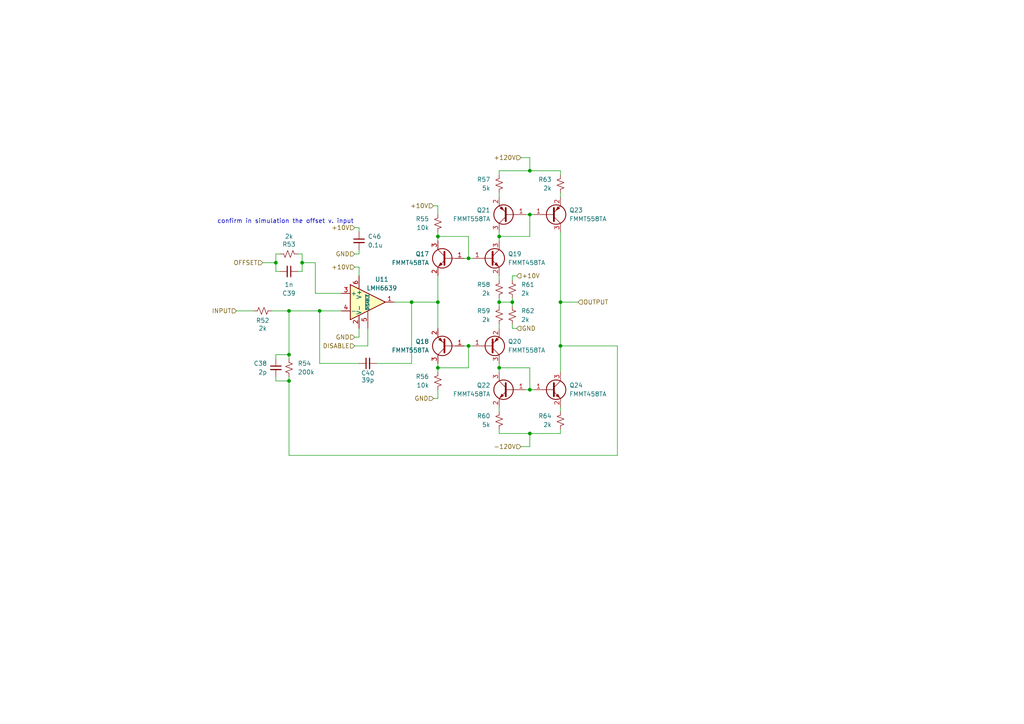
<source format=kicad_sch>
(kicad_sch (version 20250114) (generator "eeschema") (generator_version "9.0")
  (paper "A4")
  (lib_symbols
    (symbol "Amplifier_Operational:LMH6611" (pin_names (offset 0.127))
      (property "Reference" "U" (at 2.54 3.81 0))
      (property "Value" "LMH6611" (at 2.54 -3.81 0))
      (symbol "LMH6611_0_1"
        (polyline (pts (xy -5.08 5.08) (xy 5.08 0) (xy -5.08 -5.08) (xy -5.08 5.08)) (stroke (width 0.254)) (fill (type background)))
      )
      (symbol "LMH6611_1_1"
        (pin input line (at -7.62 2.54 0) (length 2.54) (name "+") (number "3"))
        (pin input line (at -7.62 -2.54 0) (length 2.54) (name "-") (number "4"))
        (pin power_in line (at -2.54 7.62 270) (length 3.81) (name "V+") (number "6"))
        (pin power_in line (at -2.54 -7.62 90) (length 3.81) (name "V-") (number "2"))
        (pin input line (at 0 -7.62 90) (length 5.08) (name "~{DISABLE}") (number "5"))
        (pin output line (at 7.62 0 180) (length 2.54) (name "~") (number "1"))
      )
    )
    (symbol "Device:C_Small" (pin_numbers (hide yes)) (pin_names (offset 0.254) (hide yes))
      (property "Reference" "C" (at 0.254 1.778 0))
      (property "Value" "C_Small" (at 0.254 -2.032 0))
      (symbol "C_Small_0_1"
        (polyline (pts (xy -1.524 0.508) (xy 1.524 0.508)) (stroke (width 0.3048)))
        (polyline (pts (xy -1.524 -0.508) (xy 1.524 -0.508)) (stroke (width 0.3302)))
      )
      (symbol "C_Small_1_1"
        (pin passive line (at 0 2.54 270) (length 2.032) (name "~") (number "1"))
        (pin passive line (at 0 -2.54 90) (length 2.032) (name "~") (number "2"))
      )
    )
    (symbol "Device:R_Small_US" (pin_numbers (hide yes)) (pin_names (offset 0.254) (hide yes))
      (property "Reference" "R" (at 0.762 0.508 0))
      (property "Value" "R_Small_US" (at 0.762 -1.016 0))
      (symbol "R_Small_US_1_1"
        (polyline (pts (xy 0 1.524) (xy 1.016 1.143) (xy 0 0.762) (xy -1.016 0.381) (xy 0 0)))
        (polyline (pts (xy 0 0) (xy 1.016 -0.381) (xy 0 -0.762) (xy -1.016 -1.143) (xy 0 -1.524)))
        (pin passive line (at 0 2.54 270) (length 1.016) (name "~") (number "1"))
        (pin passive line (at 0 -2.54 90) (length 1.016) (name "~") (number "2"))
      )
    )
    (symbol "Transistor_BJT:BC817" (pin_names (offset 0) (hide yes))
      (property "Reference" "Q" (at 5.08 1.905 0))
      (property "Value" "BC817" (at 5.08 0 0))
      (symbol "BC817_0_1"
        (polyline (pts (xy -2.54 0) (xy 0.635 0)))
        (polyline (pts (xy 0.635 1.905) (xy 0.635 -1.905)) (stroke (width 0.508)))
        (circle (center 1.27 0) (radius 2.8194) (stroke (width 0.254)))
      )
      (symbol "BC817_1_1"
        (polyline (pts (xy 0.635 0.635) (xy 2.54 2.54)))
        (polyline (pts (xy 0.635 -0.635) (xy 2.54 -2.54)))
        (polyline (pts (xy 1.27 -1.778) (xy 1.778 -1.27) (xy 2.286 -2.286) (xy 1.27 -1.778)) (fill (type outline)))
        (pin input line (at -5.08 0 0) (length 2.54) (name "B") (number "1"))
        (pin passive line (at 2.54 5.08 270) (length 2.54) (name "C") (number "3"))
        (pin passive line (at 2.54 -5.08 90) (length 2.54) (name "E") (number "2"))
      )
    )
    (symbol "Transistor_BJT:BC857" (pin_names (offset 0) (hide yes))
      (property "Reference" "Q" (at 5.08 1.905 0))
      (property "Value" "BC857" (at 5.08 0 0))
      (symbol "BC857_0_1"
        (polyline (pts (xy -2.54 0) (xy 0.635 0)))
        (polyline (pts (xy 0.635 1.905) (xy 0.635 -1.905)) (stroke (width 0.508)))
        (polyline (pts (xy 0.635 0.635) (xy 2.54 2.54)))
        (polyline (pts (xy 0.635 -0.635) (xy 2.54 -2.54)))
        (circle (center 1.27 0) (radius 2.8194) (stroke (width 0.254)))
        (polyline (pts (xy 2.286 -1.778) (xy 1.778 -2.286) (xy 1.27 -1.27) (xy 2.286 -1.778)) (fill (type outline)))
      )
      (symbol "BC857_1_1"
        (pin input line (at -5.08 0 0) (length 2.54) (name "B") (number "1"))
        (pin passive line (at 2.54 5.08 270) (length 2.54) (name "C") (number "3"))
        (pin passive line (at 2.54 -5.08 90) (length 2.54) (name "E") (number "2"))
      )
    )
  )
  (text "confirm in simulation the offset v. input\n" (at 82.804 64.262 0) (effects (font (size 1.27 1.27))))
  (junction (at 144.78 68.58))
  (junction (at 83.82 102.87))
  (junction (at 162.56 87.63))
  (junction (at 144.78 106.68))
  (junction (at 148.59 87.63))
  (junction (at 80.01 76.2))
  (junction (at 153.67 62.23))
  (junction (at 135.89 74.93))
  (junction (at 92.71 90.17))
  (junction (at 87.63 76.2))
  (junction (at 127 87.63))
  (junction (at 153.67 125.73))
  (junction (at 153.67 113.03))
  (junction (at 144.78 87.63))
  (junction (at 119.38 87.63))
  (junction (at 127 68.58))
  (junction (at 153.67 49.53))
  (junction (at 83.82 110.49))
  (junction (at 83.82 90.17))
  (junction (at 127 106.68))
  (junction (at 135.89 100.33))
  (junction (at 162.56 100.33))
  (wire (pts (xy 162.56 87.63) (xy 167.64 87.63)))
  (wire (pts (xy 148.59 86.36) (xy 148.59 87.63)))
  (wire (pts (xy 148.59 80.01) (xy 149.86 80.01)))
  (wire (pts (xy 87.63 73.66) (xy 87.63 76.2)))
  (wire (pts (xy 104.14 80.01) (xy 104.14 77.47)))
  (wire (pts (xy 144.78 87.63) (xy 148.59 87.63)))
  (wire (pts (xy 119.38 87.63) (xy 127 87.63)))
  (wire (pts (xy 83.82 90.17) (xy 92.71 90.17)))
  (wire (pts (xy 144.78 124.46) (xy 144.78 125.73)))
  (wire (pts (xy 127 68.58) (xy 135.89 68.58)))
  (wire (pts (xy 81.28 78.74) (xy 80.01 78.74)))
  (wire (pts (xy 83.82 90.17) (xy 83.82 102.87)))
  (wire (pts (xy 106.68 95.25) (xy 106.68 100.33)))
  (wire (pts (xy 153.67 113.03) (xy 153.67 106.68)))
  (wire (pts (xy 104.14 95.25) (xy 104.14 97.79)))
  (wire (pts (xy 152.4 62.23) (xy 153.67 62.23)))
  (wire (pts (xy 144.78 93.98) (xy 144.78 95.25)))
  (wire (pts (xy 135.89 74.93) (xy 137.16 74.93)))
  (wire (pts (xy 80.01 76.2) (xy 80.01 73.66)))
  (wire (pts (xy 127 68.58) (xy 127 69.85)))
  (wire (pts (xy 153.67 113.03) (xy 154.94 113.03)))
  (wire (pts (xy 153.67 68.58) (xy 153.67 62.23)))
  (wire (pts (xy 135.89 106.68) (xy 135.89 100.33)))
  (wire (pts (xy 92.71 90.17) (xy 99.06 90.17)))
  (wire (pts (xy 127 87.63) (xy 127 95.25)))
  (wire (pts (xy 114.3 87.63) (xy 119.38 87.63)))
  (wire (pts (xy 162.56 124.46) (xy 162.56 125.73)))
  (wire (pts (xy 127 80.01) (xy 127 87.63)))
  (wire (pts (xy 80.01 110.49) (xy 83.82 110.49)))
  (wire (pts (xy 179.07 132.08) (xy 179.07 100.33)))
  (wire (pts (xy 102.87 100.33) (xy 106.68 100.33)))
  (wire (pts (xy 86.36 73.66) (xy 87.63 73.66)))
  (wire (pts (xy 83.82 109.22) (xy 83.82 110.49)))
  (wire (pts (xy 151.13 129.54) (xy 153.67 129.54)))
  (wire (pts (xy 87.63 76.2) (xy 91.44 76.2)))
  (wire (pts (xy 162.56 87.63) (xy 162.56 100.33)))
  (wire (pts (xy 148.59 81.28) (xy 148.59 80.01)))
  (wire (pts (xy 102.87 97.79) (xy 104.14 97.79)))
  (wire (pts (xy 104.14 77.47) (xy 102.87 77.47)))
  (wire (pts (xy 91.44 76.2) (xy 91.44 85.09)))
  (wire (pts (xy 153.67 62.23) (xy 154.94 62.23)))
  (wire (pts (xy 125.73 115.57) (xy 127 115.57)))
  (wire (pts (xy 144.78 68.58) (xy 144.78 69.85)))
  (wire (pts (xy 152.4 113.03) (xy 153.67 113.03)))
  (wire (pts (xy 151.13 45.72) (xy 153.67 45.72)))
  (wire (pts (xy 179.07 100.33) (xy 162.56 100.33)))
  (wire (pts (xy 80.01 104.14) (xy 80.01 102.87)))
  (wire (pts (xy 134.62 100.33) (xy 135.89 100.33)))
  (wire (pts (xy 127 106.68) (xy 127 107.95)))
  (wire (pts (xy 144.78 118.11) (xy 144.78 119.38)))
  (wire (pts (xy 119.38 87.63) (xy 119.38 105.41)))
  (wire (pts (xy 162.56 118.11) (xy 162.56 119.38)))
  (wire (pts (xy 102.87 73.66) (xy 104.14 73.66)))
  (wire (pts (xy 78.74 90.17) (xy 83.82 90.17)))
  (wire (pts (xy 162.56 55.88) (xy 162.56 57.15)))
  (wire (pts (xy 83.82 110.49) (xy 83.82 132.08)))
  (wire (pts (xy 109.22 105.41) (xy 119.38 105.41)))
  (wire (pts (xy 127 59.69) (xy 125.73 59.69)))
  (wire (pts (xy 102.87 66.04) (xy 104.14 66.04)))
  (wire (pts (xy 83.82 132.08) (xy 179.07 132.08)))
  (wire (pts (xy 144.78 55.88) (xy 144.78 57.15)))
  (wire (pts (xy 127 105.41) (xy 127 106.68)))
  (wire (pts (xy 162.56 125.73) (xy 153.67 125.73)))
  (wire (pts (xy 144.78 80.01) (xy 144.78 81.28)))
  (wire (pts (xy 162.56 100.33) (xy 162.56 107.95)))
  (wire (pts (xy 87.63 78.74) (xy 86.36 78.74)))
  (wire (pts (xy 144.78 50.8) (xy 144.78 49.53)))
  (wire (pts (xy 92.71 105.41) (xy 92.71 90.17)))
  (wire (pts (xy 148.59 87.63) (xy 148.59 88.9)))
  (wire (pts (xy 127 62.23) (xy 127 59.69)))
  (wire (pts (xy 144.78 68.58) (xy 153.67 68.58)))
  (wire (pts (xy 68.58 90.17) (xy 73.66 90.17)))
  (wire (pts (xy 144.78 49.53) (xy 153.67 49.53)))
  (wire (pts (xy 80.01 78.74) (xy 80.01 76.2)))
  (wire (pts (xy 135.89 100.33) (xy 137.16 100.33)))
  (wire (pts (xy 162.56 67.31) (xy 162.56 87.63)))
  (wire (pts (xy 127 67.31) (xy 127 68.58)))
  (wire (pts (xy 153.67 125.73) (xy 153.67 129.54)))
  (wire (pts (xy 80.01 109.22) (xy 80.01 110.49)))
  (wire (pts (xy 87.63 76.2) (xy 87.63 78.74)))
  (wire (pts (xy 162.56 49.53) (xy 162.56 50.8)))
  (wire (pts (xy 153.67 125.73) (xy 144.78 125.73)))
  (wire (pts (xy 134.62 74.93) (xy 135.89 74.93)))
  (wire (pts (xy 104.14 105.41) (xy 92.71 105.41)))
  (wire (pts (xy 144.78 86.36) (xy 144.78 87.63)))
  (wire (pts (xy 144.78 67.31) (xy 144.78 68.58)))
  (wire (pts (xy 80.01 102.87) (xy 83.82 102.87)))
  (wire (pts (xy 144.78 106.68) (xy 153.67 106.68)))
  (wire (pts (xy 153.67 49.53) (xy 162.56 49.53)))
  (wire (pts (xy 153.67 49.53) (xy 153.67 45.72)))
  (wire (pts (xy 127 106.68) (xy 135.89 106.68)))
  (wire (pts (xy 91.44 85.09) (xy 99.06 85.09)))
  (wire (pts (xy 144.78 106.68) (xy 144.78 107.95)))
  (wire (pts (xy 149.86 95.25) (xy 148.59 95.25)))
  (wire (pts (xy 127 113.03) (xy 127 115.57)))
  (wire (pts (xy 80.01 73.66) (xy 81.28 73.66)))
  (wire (pts (xy 135.89 74.93) (xy 135.89 68.58)))
  (wire (pts (xy 144.78 87.63) (xy 144.78 88.9)))
  (wire (pts (xy 83.82 102.87) (xy 83.82 104.14)))
  (wire (pts (xy 76.2 76.2) (xy 80.01 76.2)))
  (wire (pts (xy 148.59 93.98) (xy 148.59 95.25)))
  (wire (pts (xy 144.78 105.41) (xy 144.78 106.68)))
  (wire (pts (xy 104.14 67.31) (xy 104.14 66.04)))
  (wire (pts (xy 104.14 72.39) (xy 104.14 73.66)))
  (hierarchical_label "-120V" (shape input) (at 151.13 129.54 180))
  (hierarchical_label "+120V" (shape input) (at 151.13 45.72 180))
  (hierarchical_label "GND" (shape input) (at 149.86 95.25 0))
  (hierarchical_label "GND" (shape input) (at 102.87 97.79 180))
  (hierarchical_label "INPUT" (shape input) (at 68.58 90.17 180))
  (hierarchical_label "+10V" (shape input) (at 102.87 66.04 180))
  (hierarchical_label "+10V" (shape input) (at 149.86 80.01 0))
  (hierarchical_label "OFFSET" (shape input) (at 76.2 76.2 180))
  (hierarchical_label "+10V" (shape input) (at 125.73 59.69 180))
  (hierarchical_label "GND" (shape input) (at 125.73 115.57 180))
  (hierarchical_label "DISABLE" (shape input) (at 102.87 100.33 180))
  (hierarchical_label "GND" (shape input) (at 102.87 73.66 180))
  (hierarchical_label "OUTPUT" (shape input) (at 167.64 87.63 0))
  (hierarchical_label "+10V" (shape input) (at 102.87 77.47 180))
  (symbol (lib_id "Device:C_Small") (at 83.82 78.74 270) (unit 1)
    (property "Reference" "C33" (at 83.8137 85.09 90))
    (property "Value" "1n" (at 83.8137 82.55 90))
    (property "Footprint" "Capacitor_SMD:C_0603_1608Metric" (effects (hide yes)))
    (property "Description" "Unpolarized capacitor, small symbol" (effects (hide yes)))
    (property "Digikey P/N" "C0603C102K5RACTU" (effects (hide yes)))
    (property "JLCPCB P/N" "CL10B102KB8NNNC" (effects (hide yes)))
    (instances (project "deflection_amp_3" (path "" (reference "C39") (unit 1)) (path "" (reference "C33") (unit 1)) (path "" (reference "C36") (unit 1)) (path "" (reference "C42") (unit 1))))
  )
  (symbol (lib_id "Transistor_BJT:BC857") (at 147.32 62.23 180) (unit 1)
    (property "Reference" "Q5" (at 142.24 60.9599 0) (effects (justify left)))
    (property "Value" "FMMT558TA" (at 142.24 63.4999 0) (effects (justify left)))
    (property "Footprint" "Package_TO_SOT_SMD:SOT-23" (effects (hide yes)))
    (property "Datasheet" "https://www.onsemi.com/pub/Collateral/BC860-D.pdf" (effects (hide yes)))
    (property "Description" "0.225A Ic, 400V Vce, PNP Transistor, SOT-23" (effects (hide yes)))
    (property "Digikey P/N" "FMMT558TA" (effects (hide yes)))
    (property "JLCPCB P/N" "FMMT560QTA" (effects (hide yes)))
    (instances (project "deflection_amp_3" (path "" (reference "Q21") (unit 1)) (path "" (reference "Q5") (unit 1)) (path "" (reference "Q13") (unit 1)) (path "" (reference "Q29") (unit 1))))
  )
  (symbol (lib_id "Device:R_Small_US") (at 144.78 83.82 0) (mirror y) (unit 1)
    (property "Reference" "R32" (at 142.24 82.5499 0) (effects (justify left)))
    (property "Value" "2k" (at 142.24 85.0899 0) (effects (justify left)))
    (property "Footprint" "Resistor_SMD:R_1206_3216Metric" (effects (hide yes)))
    (property "Description" "Resistor, small US symbol" (effects (hide yes)))
    (property "Digikey P/N" "RMCF1206FT2K00" (effects (hide yes)))
    (property "JLCPCB P/N" "1206W4F2001T5E" (effects (hide yes)))
    (instances (project "deflection_amp_3" (path "" (reference "R58") (unit 1)) (path "" (reference "R32") (unit 1)) (path "" (reference "R45") (unit 1)) (path "" (reference "R71") (unit 1))))
  )
  (symbol (lib_id "Transistor_BJT:BC817") (at 147.32 113.03 0) (mirror y) (unit 1)
    (property "Reference" "Q6" (at 142.24 111.7599 0) (effects (justify left)))
    (property "Value" "FMMT458TA" (at 142.24 114.2999 0) (effects (justify left)))
    (property "Footprint" "Package_TO_SOT_SMD:SOT-23" (effects (hide yes)))
    (property "Datasheet" "https://www.onsemi.com/pub/Collateral/BC818-D.pdf" (effects (hide yes)))
    (property "Description" "0.225A Ic, 400V Vce, NPN Transistor, SOT-23" (effects (hide yes)))
    (property "Digikey P/N" "FMMT458TA" (effects (hide yes)))
    (property "JLCPCB P/N" "FMMT458QTA" (effects (hide yes)))
    (instances (project "deflection_amp_3" (path "" (reference "Q22") (unit 1)) (path "" (reference "Q6") (unit 1)) (path "" (reference "Q14") (unit 1)) (path "" (reference "Q30") (unit 1))))
  )
  (symbol (lib_id "Transistor_BJT:BC857") (at 142.24 100.33 0) (mirror x) (unit 1)
    (property "Reference" "Q4" (at 147.32 99.0599 0) (effects (justify left)))
    (property "Value" "FMMT558TA" (at 147.32 101.5999 0) (effects (justify left)))
    (property "Footprint" "Package_TO_SOT_SMD:SOT-23" (effects (hide yes)))
    (property "Datasheet" "https://www.onsemi.com/pub/Collateral/BC860-D.pdf" (effects (hide yes)))
    (property "Description" "0.225A Ic, 400V Vce, PNP Transistor, SOT-23" (effects (hide yes)))
    (property "Digikey P/N" "FMMT558TA" (effects (hide yes)))
    (property "JLCPCB P/N" "FMMT560QTA" (effects (hide yes)))
    (instances (project "deflection_amp_3" (path "" (reference "Q20") (unit 1)) (path "" (reference "Q4") (unit 1)) (path "" (reference "Q12") (unit 1)) (path "" (reference "Q28") (unit 1))))
  )
  (symbol (lib_id "Device:C_Small") (at 106.68 105.41 90) (mirror x) (unit 1)
    (property "Reference" "C34" (at 106.68 108.204 90))
    (property "Value" "39p" (at 106.68 110.236 90))
    (property "Footprint" "Capacitor_SMD:C_0603_1608Metric" (effects (hide yes)))
    (property "Description" "Unpolarized capacitor, small symbol" (effects (hide yes)))
    (property "Digikey P/N" "QSCP251Q390G1GV001T" (effects (hide yes)))
    (property "JLCPCB P/N" "0603CG390J500NT" (effects (hide yes)))
    (instances (project "deflection_amp_3" (path "" (reference "C40") (unit 1)) (path "" (reference "C34") (unit 1)) (path "" (reference "C37") (unit 1)) (path "" (reference "C43") (unit 1))))
  )
  (symbol (lib_id "Device:R_Small_US") (at 83.82 73.66 270) (mirror x) (unit 1)
    (property "Reference" "R27" (at 83.82 70.866 90))
    (property "Value" "2k" (at 83.82 68.58 90))
    (property "Footprint" "Resistor_SMD:R_1206_3216Metric" (effects (hide yes)))
    (property "Description" "Resistor, small US symbol" (effects (hide yes)))
    (property "Digikey P/N" "RMCF1206FT2K00" (effects (hide yes)))
    (property "JLCPCB P/N" "1206W4F2001T5E" (effects (hide yes)))
    (instances (project "deflection_amp_3" (path "" (reference "R53") (unit 1)) (path "" (reference "R27") (unit 1)) (path "" (reference "R40") (unit 1)) (path "" (reference "R66") (unit 1))))
  )
  (symbol (lib_id "Device:C_Small") (at 104.14 69.85 0) (unit 1)
    (property "Reference" "C44" (at 106.68 68.5862 0) (effects (justify left)))
    (property "Value" "0.1u" (at 106.68 71.1262 0) (effects (justify left)))
    (property "Footprint" "Capacitor_SMD:C_0603_1608Metric" (effects (hide yes)))
    (property "Description" "Unpolarized capacitor, small symbol" (effects (hide yes)))
    (property "Digikey P/N" "C0603C104K5RAC7411" (effects (hide yes)))
    (property "JLCPCB P/N" "CL10B104KA8NNNC" (effects (hide yes)))
    (instances (project "" (path "" (reference "C46") (unit 1)) (path "" (reference "C44") (unit 1)) (path "" (reference "C45") (unit 1)) (path "" (reference "C47") (unit 1))))
  )
  (symbol (lib_id "Device:R_Small_US") (at 127 110.49 0) (mirror y) (unit 1)
    (property "Reference" "R30" (at 124.46 109.2199 0) (effects (justify left)))
    (property "Value" "10k" (at 124.46 111.7599 0) (effects (justify left)))
    (property "Footprint" "Resistor_SMD:R_0603_1608Metric" (effects (hide yes)))
    (property "Description" "Resistor, small US symbol" (effects (hide yes)))
    (property "Digikey P/N" "RC0603FR-0710KL" (effects (hide yes)))
    (property "JLCPCB P/N" "0603WAF1002T5E" (effects (hide yes)))
    (instances (project "deflection_amp_3" (path "" (reference "R56") (unit 1)) (path "" (reference "R30") (unit 1)) (path "" (reference "R43") (unit 1)) (path "" (reference "R69") (unit 1))))
  )
  (symbol (lib_id "Device:R_Small_US") (at 148.59 91.44 0) (unit 1)
    (property "Reference" "R36" (at 151.13 90.1699 0) (effects (justify left)))
    (property "Value" "2k" (at 151.13 92.7099 0) (effects (justify left)))
    (property "Footprint" "Resistor_SMD:R_1206_3216Metric" (effects (hide yes)))
    (property "Description" "Resistor, small US symbol" (effects (hide yes)))
    (property "Digikey P/N" "RMCF1206FT2K00" (effects (hide yes)))
    (property "JLCPCB P/N" "1206W4F2001T5E" (effects (hide yes)))
    (instances (project "deflection_amp_3" (path "" (reference "R62") (unit 1)) (path "" (reference "R36") (unit 1)) (path "" (reference "R49") (unit 1)) (path "" (reference "R75") (unit 1))))
  )
  (symbol (lib_id "Transistor_BJT:BC817") (at 160.02 113.03 0) (unit 1)
    (property "Reference" "Q8" (at 165.1 111.7599 0) (effects (justify left)))
    (property "Value" "FMMT458TA" (at 165.1 114.2999 0) (effects (justify left)))
    (property "Footprint" "Package_TO_SOT_SMD:SOT-23" (effects (hide yes)))
    (property "Datasheet" "https://www.onsemi.com/pub/Collateral/BC818-D.pdf" (effects (hide yes)))
    (property "Description" "0.225A Ic, 400V Vce, NPN Transistor, SOT-23" (effects (hide yes)))
    (property "Digikey P/N" "FMMT458TA" (effects (hide yes)))
    (property "JLCPCB P/N" "FMMT458QTA" (effects (hide yes)))
    (instances (project "deflection_amp_3" (path "" (reference "Q24") (unit 1)) (path "" (reference "Q8") (unit 1)) (path "" (reference "Q16") (unit 1)) (path "" (reference "Q32") (unit 1))))
  )
  (symbol (lib_id "Amplifier_Operational:LMH6611") (at 106.68 87.63 0) (unit 1)
    (property "Reference" "U9" (at 110.744 81.026 0))
    (property "Value" "LMH6639" (at 110.744 83.566 0))
    (property "Footprint" "Package_TO_SOT_SMD:TSOT-23-6" (effects (hide yes)))
    (property "Datasheet" "http://www.ti.com/lit/ds/symlink/lmh6612.pdf" (effects (hide yes)))
    (property "Description" "Single Supply, 345 MHz, Rail-to-Rail Output, Amplifier, TSOT-23-6" (effects (hide yes)))
    (property "Digikey P/N" "LMH6639MFX/NOPB" (effects (hide yes)))
    (property "JLCPCB P/N" "LMH6639MFX/NOPB" (effects (hide yes)))
    (instances (project "deflection_amp_3" (path "" (reference "U11") (unit 1)) (path "" (reference "U9") (unit 1)) (path "" (reference "U10") (unit 1)) (path "" (reference "U12") (unit 1))))
  )
  (symbol (lib_id "Device:C_Small") (at 80.01 106.68 0) (unit 1)
    (property "Reference" "C32" (at 77.47 105.4162 0) (effects (justify right)))
    (property "Value" "2p" (at 77.47 107.9562 0) (effects (justify right)))
    (property "Footprint" "Capacitor_SMD:C_0603_1608Metric" (effects (hide yes)))
    (property "Description" "Unpolarized capacitor, small symbol" (effects (hide yes)))
    (property "Digikey P/N" "QSCP251Q2R0B1GV001T" (effects (hide yes)))
    (property "JLCPCB P/N" "0603CG2R0C500NT" (effects (hide yes)))
    (instances (project "deflection_amp_3" (path "" (reference "C38") (unit 1)) (path "" (reference "C32") (unit 1)) (path "" (reference "C35") (unit 1)) (path "" (reference "C41") (unit 1))))
  )
  (symbol (lib_id "Device:R_Small_US") (at 144.78 53.34 0) (mirror y) (unit 1)
    (property "Reference" "R31" (at 142.24 52.0699 0) (effects (justify left)))
    (property "Value" "5k" (at 142.24 54.6099 0) (effects (justify left)))
    (property "Footprint" "Resistor_SMD:R_1206_3216Metric" (effects (hide yes)))
    (property "Description" "Resistor, small US symbol" (effects (hide yes)))
    (property "Digikey P/N" "RT1206FRE075KL" (effects (hide yes)))
    (property "JLCPCB P/N" "1206W4F5101T5E" (effects (hide yes)))
    (instances (project "deflection_amp_3" (path "" (reference "R57") (unit 1)) (path "" (reference "R31") (unit 1)) (path "" (reference "R44") (unit 1)) (path "" (reference "R70") (unit 1))))
  )
  (symbol (lib_id "Transistor_BJT:BC857") (at 129.54 100.33 180) (unit 1)
    (property "Reference" "Q2" (at 124.46 99.0599 0) (effects (justify left)))
    (property "Value" "FMMT558TA" (at 124.46 101.5999 0) (effects (justify left)))
    (property "Footprint" "Package_TO_SOT_SMD:SOT-23" (effects (hide yes)))
    (property "Datasheet" "https://www.onsemi.com/pub/Collateral/BC860-D.pdf" (effects (hide yes)))
    (property "Description" "0.225A Ic, 400V Vce, PNP Transistor, SOT-23" (effects (hide yes)))
    (property "Digikey P/N" "FMMT558TA" (effects (hide yes)))
    (property "JLCPCB P/N" "FMMT560QTA" (effects (hide yes)))
    (instances (project "deflection_amp_3" (path "" (reference "Q18") (unit 1)) (path "" (reference "Q2") (unit 1)) (path "" (reference "Q10") (unit 1)) (path "" (reference "Q26") (unit 1))))
  )
  (symbol (lib_id "Transistor_BJT:BC857") (at 160.02 62.23 0) (mirror x) (unit 1)
    (property "Reference" "Q7" (at 165.1 60.9599 0) (effects (justify left)))
    (property "Value" "FMMT558TA" (at 165.1 63.4999 0) (effects (justify left)))
    (property "Footprint" "Package_TO_SOT_SMD:SOT-23" (effects (hide yes)))
    (property "Datasheet" "https://www.onsemi.com/pub/Collateral/BC860-D.pdf" (effects (hide yes)))
    (property "Description" "0.225A Ic, 400V Vce, PNP Transistor, SOT-23" (effects (hide yes)))
    (property "Digikey P/N" "FMMT558TA" (effects (hide yes)))
    (property "JLCPCB P/N" "FMMT560QTA" (effects (hide yes)))
    (instances (project "deflection_amp_3" (path "" (reference "Q23") (unit 1)) (path "" (reference "Q7") (unit 1)) (path "" (reference "Q15") (unit 1)) (path "" (reference "Q31") (unit 1))))
  )
  (symbol (lib_id "Transistor_BJT:BC817") (at 142.24 74.93 0) (unit 1)
    (property "Reference" "Q3" (at 147.32 73.6599 0) (effects (justify left)))
    (property "Value" "FMMT458TA" (at 147.32 76.1999 0) (effects (justify left)))
    (property "Footprint" "Package_TO_SOT_SMD:SOT-23" (effects (hide yes)))
    (property "Datasheet" "https://www.onsemi.com/pub/Collateral/BC818-D.pdf" (effects (hide yes)))
    (property "Description" "0.225A Ic, 400V Vce, NPN Transistor, SOT-23" (effects (hide yes)))
    (property "Digikey P/N" "FMMT458TA" (effects (hide yes)))
    (property "JLCPCB P/N" "FMMT458QTA" (effects (hide yes)))
    (instances (project "deflection_amp_3" (path "" (reference "Q19") (unit 1)) (path "" (reference "Q3") (unit 1)) (path "" (reference "Q11") (unit 1)) (path "" (reference "Q27") (unit 1))))
  )
  (symbol (lib_id "Device:R_Small_US") (at 162.56 121.92 0) (mirror y) (unit 1)
    (property "Reference" "R38" (at 160.02 120.6499 0) (effects (justify left)))
    (property "Value" "2k" (at 160.02 123.1899 0) (effects (justify left)))
    (property "Footprint" "Resistor_SMD:R_1206_3216Metric" (effects (hide yes)))
    (property "Description" "Resistor, small US symbol" (effects (hide yes)))
    (property "Digikey P/N" "RMCF1206FT2K00" (effects (hide yes)))
    (property "JLCPCB P/N" "1206W4F2001T5E" (effects (hide yes)))
    (instances (project "deflection_amp_3" (path "" (reference "R64") (unit 1)) (path "" (reference "R38") (unit 1)) (path "" (reference "R51") (unit 1)) (path "" (reference "R77") (unit 1))))
  )
  (symbol (lib_id "Device:R_Small_US") (at 144.78 91.44 0) (mirror y) (unit 1)
    (property "Reference" "R33" (at 142.24 90.1699 0) (effects (justify left)))
    (property "Value" "2k" (at 142.24 92.7099 0) (effects (justify left)))
    (property "Footprint" "Resistor_SMD:R_1206_3216Metric" (effects (hide yes)))
    (property "Description" "Resistor, small US symbol" (effects (hide yes)))
    (property "Digikey P/N" "RMCF1206FT2K00" (effects (hide yes)))
    (property "JLCPCB P/N" "1206W4F2001T5E" (effects (hide yes)))
    (instances (project "deflection_amp_3" (path "" (reference "R59") (unit 1)) (path "" (reference "R33") (unit 1)) (path "" (reference "R46") (unit 1)) (path "" (reference "R72") (unit 1))))
  )
  (symbol (lib_id "Device:R_Small_US") (at 148.59 83.82 0) (unit 1)
    (property "Reference" "R35" (at 151.13 82.5499 0) (effects (justify left)))
    (property "Value" "2k" (at 151.13 85.0899 0) (effects (justify left)))
    (property "Footprint" "Resistor_SMD:R_1206_3216Metric" (effects (hide yes)))
    (property "Description" "Resistor, small US symbol" (effects (hide yes)))
    (property "Digikey P/N" "RMCF1206FT2K00" (effects (hide yes)))
    (property "JLCPCB P/N" "1206W4F2001T5E" (effects (hide yes)))
    (instances (project "deflection_amp_3" (path "" (reference "R61") (unit 1)) (path "" (reference "R35") (unit 1)) (path "" (reference "R48") (unit 1)) (path "" (reference "R74") (unit 1))))
  )
  (symbol (lib_id "Device:R_Small_US") (at 76.2 90.17 270) (unit 1)
    (property "Reference" "R26" (at 76.2 92.964 90))
    (property "Value" "2k" (at 76.2 95.25 90))
    (property "Footprint" "Resistor_SMD:R_1206_3216Metric" (effects (hide yes)))
    (property "Description" "Resistor, small US symbol" (effects (hide yes)))
    (property "Digikey P/N" "RMCF1206FT2K00" (effects (hide yes)))
    (property "JLCPCB P/N" "1206W4F2001T5E" (effects (hide yes)))
    (instances (project "deflection_amp_3" (path "" (reference "R52") (unit 1)) (path "" (reference "R26") (unit 1)) (path "" (reference "R39") (unit 1)) (path "" (reference "R65") (unit 1))))
  )
  (symbol (lib_id "Device:R_Small_US") (at 83.82 106.68 0) (unit 1)
    (property "Reference" "R28" (at 86.36 105.4099 0) (effects (justify left)))
    (property "Value" "200k" (at 86.36 107.9499 0) (effects (justify left)))
    (property "Footprint" "Resistor_SMD:R_1206_3216Metric" (effects (hide yes)))
    (property "Description" "Resistor, small US symbol" (effects (hide yes)))
    (property "Digikey P/N" "RC1206JR-07200KL" (effects (hide yes)))
    (property "JLCPCB P/N" "1206W4F2003T5E" (effects (hide yes)))
    (instances (project "deflection_amp_3" (path "" (reference "R54") (unit 1)) (path "" (reference "R28") (unit 1)) (path "" (reference "R41") (unit 1)) (path "" (reference "R67") (unit 1))))
  )
  (symbol (lib_id "Device:R_Small_US") (at 162.56 53.34 0) (mirror y) (unit 1)
    (property "Reference" "R37" (at 160.02 52.0699 0) (effects (justify left)))
    (property "Value" "2k" (at 160.02 54.6099 0) (effects (justify left)))
    (property "Footprint" "Resistor_SMD:R_1206_3216Metric" (effects (hide yes)))
    (property "Description" "Resistor, small US symbol" (effects (hide yes)))
    (property "Digikey P/N" "RMCF1206FT2K00" (effects (hide yes)))
    (property "JLCPCB P/N" "1206W4F2001T5E" (effects (hide yes)))
    (instances (project "deflection_amp_3" (path "" (reference "R63") (unit 1)) (path "" (reference "R37") (unit 1)) (path "" (reference "R50") (unit 1)) (path "" (reference "R76") (unit 1))))
  )
  (symbol (lib_id "Device:R_Small_US") (at 144.78 121.92 0) (mirror y) (unit 1)
    (property "Reference" "R34" (at 142.24 120.6499 0) (effects (justify left)))
    (property "Value" "5k" (at 142.24 123.1899 0) (effects (justify left)))
    (property "Footprint" "Resistor_SMD:R_1206_3216Metric" (effects (hide yes)))
    (property "Description" "Resistor, small US symbol" (effects (hide yes)))
    (property "Digikey P/N" "RT1206FRE075KL" (effects (hide yes)))
    (property "JLCPCB P/N" "1206W4F5101T5E" (effects (hide yes)))
    (instances (project "deflection_amp_3" (path "" (reference "R60") (unit 1)) (path "" (reference "R34") (unit 1)) (path "" (reference "R47") (unit 1)) (path "" (reference "R73") (unit 1))))
  )
  (symbol (lib_id "Device:R_Small_US") (at 127 64.77 0) (mirror y) (unit 1)
    (property "Reference" "R29" (at 124.46 63.4999 0) (effects (justify left)))
    (property "Value" "10k" (at 124.46 66.0399 0) (effects (justify left)))
    (property "Footprint" "Resistor_SMD:R_0603_1608Metric" (effects (hide yes)))
    (property "Description" "Resistor, small US symbol" (effects (hide yes)))
    (property "Digikey P/N" "RC0603FR-0710KL" (effects (hide yes)))
    (property "JLCPCB P/N" "0603WAF1002T5E" (effects (hide yes)))
    (instances (project "deflection_amp_3" (path "" (reference "R55") (unit 1)) (path "" (reference "R29") (unit 1)) (path "" (reference "R42") (unit 1)) (path "" (reference "R68") (unit 1))))
  )
  (symbol (lib_id "Transistor_BJT:BC817") (at 129.54 74.93 0) (mirror y) (unit 1)
    (property "Reference" "Q1" (at 124.46 73.6599 0) (effects (justify left)))
    (property "Value" "FMMT458TA" (at 124.46 76.1999 0) (effects (justify left)))
    (property "Footprint" "Package_TO_SOT_SMD:SOT-23" (effects (hide yes)))
    (property "Datasheet" "https://www.onsemi.com/pub/Collateral/BC818-D.pdf" (effects (hide yes)))
    (property "Description" "0.225A Ic, 400V Vce, NPN Transistor, SOT-23" (effects (hide yes)))
    (property "Digikey P/N" "FMMT458TA" (effects (hide yes)))
    (property "JLCPCB P/N" "FMMT458QTA" (effects (hide yes)))
    (instances (project "deflection_amp_3" (path "" (reference "Q17") (unit 1)) (path "" (reference "Q1") (unit 1)) (path "" (reference "Q9") (unit 1)) (path "" (reference "Q25") (unit 1))))
  )
)
</source>
